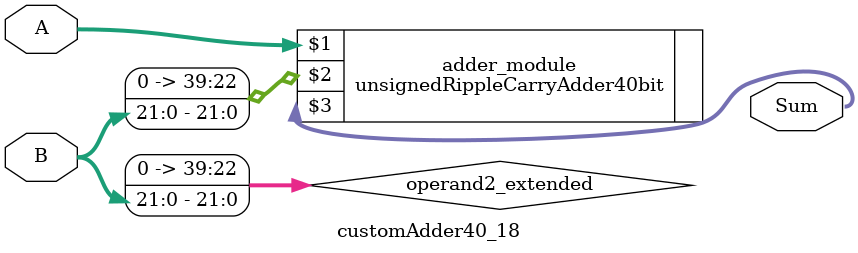
<source format=v>
module customAdder40_18(
                        input [39 : 0] A,
                        input [21 : 0] B,
                        
                        output [40 : 0] Sum
                );

        wire [39 : 0] operand2_extended;
        
        assign operand2_extended =  {18'b0, B};
        
        unsignedRippleCarryAdder40bit adder_module(
            A,
            operand2_extended,
            Sum
        );
        
        endmodule
        
</source>
